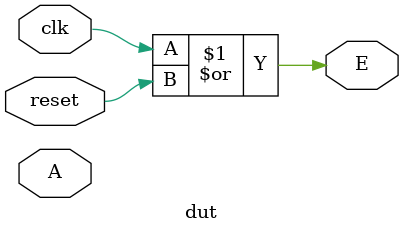
<source format=sv>

module dut #(parameter integer initA=0, parameter integer initC=0) (
    input logic clk, reset, A,
    output logic E
);

if (initA == 1) begin : A_blk
    AB #(initC) A_mod(.clk, .reset, .B(A), .D(E));
end else begin : A_blk
    assign E = clk | reset;
end

endmodule

</source>
